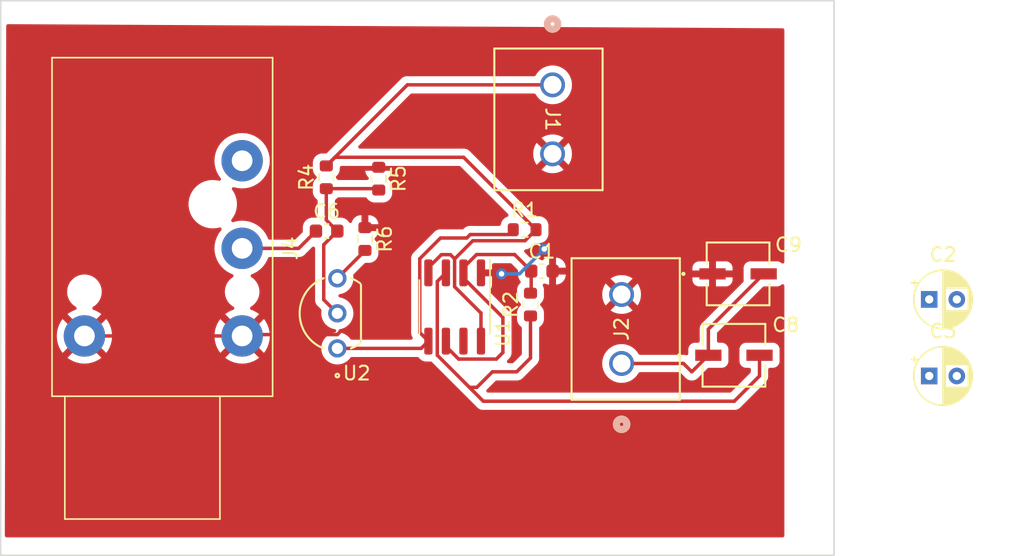
<source format=kicad_pcb>
(kicad_pcb (version 20221018) (generator pcbnew)
  (layers (0 "F.Cu" signal) (31 "B.Cu" signal) (34 "B.Paste" user) (35 "F.Paste" user) (36 "B.SilkS" user "B.Silkscreen") (37 "F.SilkS" user "F.Silkscreen") (38 "B.Mask" user) (39 "F.Mask" user) (44 "Edge.Cuts" user))
  (net 0 "")
  (net 1 "/C_timing")
  (net 2 "GND")
  (net 3 "/base")
  (net 4 "Net-(J2-Pin_1)")
  (net 5 "Net-(U1-Q)")
  (net 6 "+9V")
  (net 7 "/collector")
  (net 8 "/emitter")
  (net 10 "Net-(C6-Pad1)")
  (footprint "Library:691137710002" (layer "F.Cu") (at 197.702701 118.7951 90)
    (fp_text reference "J2" (at 2.5 0 90 unlocked) (layer "F.SilkS"))
    (fp_text value "Screw_Terminal_01x02")
    (fp_circle (center -4.4088 0) (end -4.0278 0) (stroke (width 0.508)) (fill none) (layer "B.SilkS"))
    (fp_line (start -2.6308 -3.627001) (end -2.6308 4.221599) (stroke (width 0.1524)) (layer "F.SilkS"))
    (fp_line (start -2.6308 4.221599) (end 7.6308 4.221599) (stroke (width 0.1524)) (layer "F.SilkS"))
    (fp_line (start 7.6308 -3.627001) (end -2.6308 -3.627001) (stroke (width 0.1524)) (layer "F.SilkS"))
    (fp_line (start 7.6308 4.221599) (end 7.6308 -3.627001) (stroke (width 0.1524)) (layer "F.SilkS"))
    (fp_circle (center -4.4088 0) (end -4.0278 0) (stroke (width 0.508)) (fill none) (layer "F.SilkS"))
    (pad "1" thru_hole circle (at 0 0 90) (size 1.8034 1.8034) (drill 1.2954) (layers "*.Cu" "*.Mask") (net 4 "Net-(J2-Pin_1)"))
    (pad "2" thru_hole circle (at 5 0 90) (size 1.8034 1.8034) (drill 1.2954) (layers "*.Cu" "*.Mask") (net 2 "GND"))
  )
  (footprint "Library:EEE-1VA100WR" (layer "F.Cu") (at 205.8458 118.2)
    (fp_text reference "C8" (at 3.7542 -2.2 unlocked) (layer "F.SilkS"))
    (fp_text value "10uF")
    (fp_line (start -2.2733 -2.2733) (end -2.2733 -0.73914) (stroke (width 0.1524)) (layer "F.SilkS"))
    (fp_line (start -2.2733 0.73914) (end -2.2733 2.2733) (stroke (width 0.1524)) (layer "F.SilkS"))
    (fp_line (start -2.2733 2.2733) (end 2.2733 2.2733) (stroke (width 0.1524)) (layer "F.SilkS"))
    (fp_line (start 2.2733 -2.2733) (end -2.2733 -2.2733) (stroke (width 0.1524)) (layer "F.SilkS"))
    (fp_line (start 2.2733 -0.73914) (end 2.2733 -2.2733) (stroke (width 0.1524)) (layer "F.SilkS"))
    (fp_line (start 2.2733 2.2733) (end 2.2733 0.73914) (stroke (width 0.1524)) (layer "F.SilkS"))
    (fp_circle (center -3.9624 0) (end -3.8862 0) (stroke (width 0.1524)) (fill none) (layer "F.SilkS"))
    (pad "1" smd rect (at -1.8542 0) (size 1.905 0.8128) (layers "F.Cu" "F.Paste" "F.Mask") (net 4 "Net-(J2-Pin_1)"))
    (pad "2" smd rect (at 1.8542 0) (size 1.905 0.8128) (layers "F.Cu" "F.Paste" "F.Mask") (net 5 "Net-(U1-Q)"))
  )
  (footprint "Resistor_SMD:R_0603_1608Metric" (layer "F.Cu") (at 180.1 105.4 -90)
    (fp_text reference "R5" (at 0 -1.43 90) (layer "F.SilkS"))
    (fp_text value "15K")
    (fp_line (start -0.237258 -0.5225) (end 0.237258 -0.5225) (stroke (width 0.12)) (layer "F.SilkS"))
    (fp_line (start -0.237258 0.5225) (end 0.237258 0.5225) (stroke (width 0.12)) (layer "F.SilkS"))
    (pad "1" smd roundrect (at -0.825 0 270) (size 0.8 0.95) (layers "F.Cu" "F.Paste" "F.Mask") (net 2 "GND"))
    (pad "2" smd roundrect (at 0.825 0 270) (size 0.8 0.95) (layers "F.Cu" "F.Paste" "F.Mask") (net 3 "/base"))
  )
  (footprint "Library:BC547" (layer "F.Cu") (at 177.1 117.7 90)
    (fp_text reference "U2" (at -1.8 1.4 unlocked) (layer "F.SilkS"))
    (fp_text value "BC547")
    (fp_line (start 0.476494 1.7145) (end 4.603506 1.7145) (stroke (width 0.1524)) (layer "F.SilkS"))
    (fp_arc (start -0.003485 -0.993134) (mid 2.54 -2.7305) (end 5.083485 -0.993134) (stroke (width 0.1524)) (layer "F.SilkS"))
    (fp_arc (start 0.375836 1.66494) (mid 0.162329 1.342503) (end -0.003484 0.993136) (stroke (width 0.1524)) (layer "F.SilkS"))
    (fp_arc (start 5.083485 0.993134) (mid 4.917671 1.342502) (end 4.704164 1.66494) (stroke (width 0.1524)) (layer "F.SilkS"))
    (fp_circle (center -1.9685 0) (end -1.8415 0) (stroke (width 0.1524)) (fill none) (layer "F.SilkS"))
    (pad "1" thru_hole circle (at 0 0 90) (size 1.3208 1.3208) (drill 0.8128) (layers "*.Cu" "*.Mask") (net 7 "/collector"))
    (pad "2" thru_hole circle (at 2.54 0 90) (size 1.3208 1.3208) (drill 0.8128) (layers "*.Cu" "*.Mask") (net 3 "/base"))
    (pad "3" thru_hole circle (at 5.08 0 90) (size 1.3208 1.3208) (drill 0.8128) (layers "*.Cu" "*.Mask") (net 8 "/emitter"))
  )
  (footprint "Resistor_SMD:R_0603_1608Metric" (layer "F.Cu") (at 190.675 109.1)
    (fp_text reference "R1" (at 0 -1.43) (layer "F.SilkS"))
    (fp_text value "10K")
    (fp_line (start -0.237258 -0.5225) (end 0.237258 -0.5225) (stroke (width 0.12)) (layer "F.SilkS"))
    (fp_line (start -0.237258 0.5225) (end 0.237258 0.5225) (stroke (width 0.12)) (layer "F.SilkS"))
    (pad "1" smd roundrect (at -0.825 0) (size 0.8 0.95) (layers "F.Cu" "F.Paste" "F.Mask") (net 7 "/collector"))
    (pad "2" smd roundrect (at 0.825 0) (size 0.8 0.95) (layers "F.Cu" "F.Paste" "F.Mask") (net 6 "+9V"))
  )
  (footprint "Resistor_SMD:R_0603_1608Metric" (layer "F.Cu") (at 179.1 109.775 -90)
    (fp_text reference "R6" (at 0 -1.43 -270) (layer "F.SilkS"))
    (fp_text value "1K")
    (fp_line (start -0.237258 -0.5225) (end 0.237258 -0.5225) (stroke (width 0.12)) (layer "F.SilkS"))
    (fp_line (start -0.237258 0.5225) (end 0.237258 0.5225) (stroke (width 0.12)) (layer "F.SilkS"))
    (pad "1" smd roundrect (at -0.825 0 270) (size 0.8 0.95) (layers "F.Cu" "F.Paste" "F.Mask") (net 2 "GND"))
    (pad "2" smd roundrect (at 0.825 0 270) (size 0.8 0.95) (layers "F.Cu" "F.Paste" "F.Mask") (net 8 "/emitter"))
  )
  (footprint "Package_SO:SOIC-8_3.9x4.9mm_P1.27mm" (layer "F.Cu") (at 185.605 114.7 -90)
    (fp_text reference "U1" (at 1.9 -3.495 90) (layer "F.SilkS"))
    (fp_text value "NE555D")
    (fp_line (start 0 -2.56) (end -3.45 -2.56) (stroke (width 0.12)) (layer "F.SilkS"))
    (fp_line (start 0 -2.56) (end 1.95 -2.56) (stroke (width 0.12)) (layer "F.SilkS"))
    (fp_line (start 0 2.56) (end -1.95 2.56) (stroke (width 0.12)) (layer "F.SilkS"))
    (fp_line (start 0 2.56) (end 1.95 2.56) (stroke (width 0.12)) (layer "F.SilkS"))
    (pad "1" smd roundrect (at -2.475 -1.905 270) (size 1.95 0.6) (layers "F.Cu" "F.Paste" "F.Mask") (net 2 "GND"))
    (pad "2" smd roundrect (at -2.475 -0.635 270) (size 1.95 0.6) (layers "F.Cu" "F.Paste" "F.Mask") (net 1 "/C_timing"))
    (pad "3" smd roundrect (at -2.475 0.635 270) (size 1.95 0.6) (layers "F.Cu" "F.Paste" "F.Mask") (net 5 "Net-(U1-Q)"))
    (pad "4" smd roundrect (at -2.475 1.905 270) (size 1.95 0.6) (layers "F.Cu" "F.Paste" "F.Mask") (net 6 "+9V"))
    (pad "5" smd roundrect (at 2.475 1.905 270) (size 1.95 0.6) (layers "F.Cu" "F.Paste" "F.Mask") (net 7 "/collector"))
    (pad "6" smd roundrect (at 2.475 0.635 270) (size 1.95 0.6) (layers "F.Cu" "F.Paste" "F.Mask") (net 1 "/C_timing"))
    (pad "7" smd roundrect (at 2.475 -0.635 270) (size 1.95 0.6) (layers "F.Cu" "F.Paste" "F.Mask"))
    (pad "8" smd roundrect (at 2.475 -1.905 270) (size 1.95 0.6) (layers "F.Cu" "F.Paste" "F.Mask") (net 6 "+9V"))
  )
  (footprint "Library:691137710002" (layer "F.Cu") (at 192.7 98.6 -90)
    (fp_text reference "J1" (at 2.5 0 -90 unlocked) (layer "F.SilkS"))
    (fp_text value "Screw_Terminal_01x02")
    (fp_circle (center -4.4088 0) (end -4.0278 0) (stroke (width 0.508)) (fill none) (layer "B.SilkS"))
    (fp_line (start -2.6308 -3.627001) (end -2.6308 4.221599) (stroke (width 0.1524)) (layer "F.SilkS"))
    (fp_line (start -2.6308 4.221599) (end 7.6308 4.221599) (stroke (width 0.1524)) (layer "F.SilkS"))
    (fp_line (start 7.6308 -3.627001) (end -2.6308 -3.627001) (stroke (width 0.1524)) (layer "F.SilkS"))
    (fp_line (start 7.6308 4.221599) (end 7.6308 -3.627001) (stroke (width 0.1524)) (layer "F.SilkS"))
    (fp_circle (center -4.4088 0) (end -4.0278 0) (stroke (width 0.508)) (fill none) (layer "F.SilkS"))
    (pad "1" thru_hole circle (at 0 0 270) (size 1.8034 1.8034) (drill 1.2954) (layers "*.Cu" "*.Mask") (net 6 "+9V"))
    (pad "2" thru_hole circle (at 5 0 270) (size 1.8034 1.8034) (drill 1.2954) (layers "*.Cu" "*.Mask") (net 2 "GND"))
  )
  (footprint "Capacitor_THT:CP_Radial_D4.0mm_P2.00mm" (layer "F.Cu") (at 220 114.15)
    (fp_text reference "C2" (at 1 -3.25) (layer "F.SilkS"))
    (fp_text value "C_Polarized_US")
    (fp_line (start -1.269801 -1.195) (end -0.869801 -1.195) (stroke (width 0.12)) (layer "F.SilkS"))
    (fp_line (start -1.069801 -1.395) (end -1.069801 -0.995) (stroke (width 0.12)) (layer "F.SilkS"))
    (fp_line (start 1 -2.08) (end 1 2.08) (stroke (width 0.12)) (layer "F.SilkS"))
    (fp_line (start 1.04 -2.08) (end 1.04 2.08) (stroke (width 0.12)) (layer "F.SilkS"))
    (fp_line (start 1.08 -2.079) (end 1.08 2.079) (stroke (width 0.12)) (layer "F.SilkS"))
    (fp_line (start 1.12 -2.077) (end 1.12 2.077) (stroke (width 0.12)) (layer "F.SilkS"))
    (fp_line (start 1.16 -2.074) (end 1.16 2.074) (stroke (width 0.12)) (layer "F.SilkS"))
    (fp_line (start 1.2 -2.071) (end 1.2 -0.84) (stroke (width 0.12)) (layer "F.SilkS"))
    (fp_line (start 1.2 0.84) (end 1.2 2.071) (stroke (width 0.12)) (layer "F.SilkS"))
    (fp_line (start 1.24 -2.067) (end 1.24 -0.84) (stroke (width 0.12)) (layer "F.SilkS"))
    (fp_line (start 1.24 0.84) (end 1.24 2.067) (stroke (width 0.12)) (layer "F.SilkS"))
    (fp_line (start 1.28 -2.062) (end 1.28 -0.84) (stroke (width 0.12)) (layer "F.SilkS"))
    (fp_line (start 1.28 0.84) (end 1.28 2.062) (stroke (width 0.12)) (layer "F.SilkS"))
    (fp_line (start 1.32 -2.056) (end 1.32 -0.84) (stroke (width 0.12)) (layer "F.SilkS"))
    (fp_line (start 1.32 0.84) (end 1.32 2.056) (stroke (width 0.12)) (layer "F.SilkS"))
    (fp_line (start 1.36 -2.05) (end 1.36 -0.84) (stroke (width 0.12)) (layer "F.SilkS"))
    (fp_line (start 1.36 0.84) (end 1.36 2.05) (stroke (width 0.12)) (layer "F.SilkS"))
    (fp_line (start 1.4 -2.042) (end 1.4 -0.84) (stroke (width 0.12)) (layer "F.SilkS"))
    (fp_line (start 1.4 0.84) (end 1.4 2.042) (stroke (width 0.12)) (layer "F.SilkS"))
    (fp_line (start 1.44 -2.034) (end 1.44 -0.84) (stroke (width 0.12)) (layer "F.SilkS"))
    (fp_line (start 1.44 0.84) (end 1.44 2.034) (stroke (width 0.12)) (layer "F.SilkS"))
    (fp_line (start 1.48 -2.025) (end 1.48 -0.84) (stroke (width 0.12)) (layer "F.SilkS"))
    (fp_line (start 1.48 0.84) (end 1.48 2.025) (stroke (width 0.12)) (layer "F.SilkS"))
    (fp_line (start 1.52 -2.016) (end 1.52 -0.84) (stroke (width 0.12)) (layer "F.SilkS"))
    (fp_line (start 1.52 0.84) (end 1.52 2.016) (stroke (width 0.12)) (layer "F.SilkS"))
    (fp_line (start 1.56 -2.005) (end 1.56 -0.84) (stroke (width 0.12)) (layer "F.SilkS"))
    (fp_line (start 1.56 0.84) (end 1.56 2.005) (stroke (width 0.12)) (layer "F.SilkS"))
    (fp_line (start 1.6 -1.994) (end 1.6 -0.84) (stroke (width 0.12)) (layer "F.SilkS"))
    (fp_line (start 1.6 0.84) (end 1.6 1.994) (stroke (width 0.12)) (layer "F.SilkS"))
    (fp_line (start 1.64 -1.982) (end 1.64 -0.84) (stroke (width 0.12)) (layer "F.SilkS"))
    (fp_line (start 1.64 0.84) (end 1.64 1.982) (stroke (width 0.12)) (layer "F.SilkS"))
    (fp_line (start 1.68 -1.968) (end 1.68 -0.84) (stroke (width 0.12)) (layer "F.SilkS"))
    (fp_line (start 1.68 0.84) (end 1.68 1.968) (stroke (width 0.12)) (layer "F.SilkS"))
    (fp_line (start 1.721 -1.954) (end 1.721 -0.84) (stroke (width 0.12)) (layer "F.SilkS"))
    (fp_line (start 1.721 0.84) (end 1.721 1.954) (stroke (width 0.12)) (layer "F.SilkS"))
    (fp_line (start 1.761 -1.94) (end 1.761 -0.84) (stroke (width 0.12)) (layer "F.SilkS"))
    (fp_line (start 1.761 0.84) (end 1.761 1.94) (stroke (width 0.12)) (layer "F.SilkS"))
    (fp_line (start 1.801 -1.924) (end 1.801 -0.84) (stroke (width 0.12)) (layer "F.SilkS"))
    (fp_line (start 1.801 0.84) (end 1.801 1.924) (stroke (width 0.12)) (layer "F.SilkS"))
    (fp_line (start 1.841 -1.907) (end 1.841 -0.84) (stroke (width 0.12)) (layer "F.SilkS"))
    (fp_line (start 1.841 0.84) (end 1.841 1.907) (stroke (width 0.12)) (layer "F.SilkS"))
    (fp_line (start 1.881 -1.889) (end 1.881 -0.84) (stroke (width 0.12)) (layer "F.SilkS"))
    (fp_line (start 1.881 0.84) (end 1.881 1.889) (stroke (width 0.12)) (layer "F.SilkS"))
    (fp_line (start 1.921 -1.87) (end 1.921 -0.84) (stroke (width 0.12)) (layer "F.SilkS"))
    (fp_line (start 1.921 0.84) (end 1.921 1.87) (stroke (width 0.12)) (layer "F.SilkS"))
    (fp_line (start 1.961 -1.851) (end 1.961 -0.84) (stroke (width 0.12)) (layer "F.SilkS"))
    (fp_line (start 1.961 0.84) (end 1.961 1.851) (stroke (width 0.12)) (layer "F.SilkS"))
    (fp_line (start 2.001 -1.83) (end 2.001 -0.84) (stroke (width 0.12)) (layer "F.SilkS"))
    (fp_line (start 2.001 0.84) (end 2.001 1.83) (stroke (width 0.12)) (layer "F.SilkS"))
    (fp_line (start 2.041 -1.808) (end 2.041 -0.84) (stroke (width 0.12)) (layer "F.SilkS"))
    (fp_line (start 2.041 0.84) (end 2.041 1.808) (stroke (width 0.12)) (layer "F.SilkS"))
    (fp_line (start 2.081 -1.785) (end 2.081 -0.84) (stroke (width 0.12)) (layer "F.SilkS"))
    (fp_line (start 2.081 0.84) (end 2.081 1.785) (stroke (width 0.12)) (layer "F.SilkS"))
    (fp_line (start 2.121 -1.76) (end 2.121 -0.84) (stroke (width 0.12)) (layer "F.SilkS"))
    (fp_line (start 2.121 0.84) (end 2.121 1.76) (stroke (width 0.12)) (layer "F.SilkS"))
    (fp_line (start 2.161 -1.735) (end 2.161 -0.84) (stroke (width 0.12)) (layer "F.SilkS"))
    (fp_line (start 2.161 0.84) (end 2.161 1.735) (stroke (width 0.12)) (layer "F.SilkS"))
    (fp_line (start 2.201 -1.708) (end 2.201 -0.84) (stroke (width 0.12)) (layer "F.SilkS"))
    (fp_line (start 2.201 0.84) (end 2.201 1.708) (stroke (width 0.12)) (layer "F.SilkS"))
    (fp_line (start 2.241 -1.68) (end 2.241 -0.84) (stroke (width 0.12)) (layer "F.SilkS"))
    (fp_line (start 2.241 0.84) (end 2.241 1.68) (stroke (width 0.12)) (layer "F.SilkS"))
    (fp_line (start 2.281 -1.65) (end 2.281 -0.84) (stroke (width 0.12)) (layer "F.SilkS"))
    (fp_line (start 2.281 0.84) (end 2.281 1.65) (stroke (width 0.12)) (layer "F.SilkS"))
    (fp_line (start 2.321 -1.619) (end 2.321 -0.84) (stroke (width 0.12)) (layer "F.SilkS"))
    (fp_line (start 2.321 0.84) (end 2.321 1.619) (stroke (width 0.12)) (layer "F.SilkS"))
    (fp_line (start 2.361 -1.587) (end 2.361 -0.84) (stroke (width 0.12)) (layer "F.SilkS"))
    (fp_line (start 2.361 0.84) (end 2.361 1.587) (stroke (width 0.12)) (layer "F.SilkS"))
    (fp_line (start 2.401 -1.552) (end 2.401 -0.84) (stroke (width 0.12)) (layer "F.SilkS"))
    (fp_line (start 2.401 0.84) (end 2.401 1.552) (stroke (width 0.12)) (layer "F.SilkS"))
    (fp_line (start 2.441 -1.516) (end 2.441 -0.84) (stroke (width 0.12)) (layer "F.SilkS"))
    (fp_line (start 2.441 0.84) (end 2.441 1.516) (stroke (width 0.12)) (layer "F.SilkS"))
    (fp_line (start 2.481 -1.478) (end 2.481 -0.84) (stroke (width 0.12)) (layer "F.SilkS"))
    (fp_line (start 2.481 0.84) (end 2.481 1.478) (stroke (width 0.12)) (layer "F.SilkS"))
    (fp_line (start 2.521 -1.438) (end 2.521 -0.84) (stroke (width 0.12)) (layer "F.SilkS"))
    (fp_line (start 2.521 0.84) (end 2.521 1.438) (stroke (width 0.12)) (layer "F.SilkS"))
    (fp_line (start 2.561 -1.396) (end 2.561 -0.84) (stroke (width 0.12)) (layer "F.SilkS"))
    (fp_line (start 2.561 0.84) (end 2.561 1.396) (stroke (width 0.12)) (layer "F.SilkS"))
    (fp_line (start 2.601 -1.351) (end 2.601 -0.84) (stroke (width 0.12)) (layer "F.SilkS"))
    (fp_line (start 2.601 0.84) (end 2.601 1.351) (stroke (width 0.12)) (layer "F.SilkS"))
    (fp_line (start 2.641 -1.304) (end 2.641 -0.84) (stroke (width 0.12)) (layer "F.SilkS"))
    (fp_line (start 2.641 0.84) (end 2.641 1.304) (stroke (width 0.12)) (layer "F.SilkS"))
    (fp_line (start 2.681 -1.254) (end 2.681 -0.84) (stroke (width 0.12)) (layer "F.SilkS"))
    (fp_line (start 2.681 0.84) (end 2.681 1.254) (stroke (width 0.12)) (layer "F.SilkS"))
    (fp_line (start 2.721 -1.2) (end 2.721 -0.84) (stroke (width 0.12)) (layer "F.SilkS"))
    (fp_line (start 2.721 0.84) (end 2.721 1.2) (stroke (width 0.12)) (layer "F.SilkS"))
    (fp_line (start 2.761 -1.142) (end 2.761 -0.84) (stroke (width 0.12)) (layer "F.SilkS"))
    (fp_line (start 2.761 0.84) (end 2.761 1.142) (stroke (width 0.12)) (layer "F.SilkS"))
    (fp_line (start 2.801 -1.08) (end 2.801 -0.84) (stroke (width 0.12)) (layer "F.SilkS"))
    (fp_line (start 2.801 0.84) (end 2.801 1.08) (stroke (width 0.12)) (layer "F.SilkS"))
    (fp_line (start 2.841 -1.013) (end 2.841 1.013) (stroke (width 0.12)) (layer "F.SilkS"))
    (fp_line (start 2.881 -0.94) (end 2.881 0.94) (stroke (width 0.12)) (layer "F.SilkS"))
    (fp_line (start 2.921 -0.859) (end 2.921 0.859) (stroke (width 0.12)) (layer "F.SilkS"))
    (fp_line (start 2.961 -0.768) (end 2.961 0.768) (stroke (width 0.12)) (layer "F.SilkS"))
    (fp_line (start 3.001 -0.664) (end 3.001 0.664) (stroke (width 0.12)) (layer "F.SilkS"))
    (fp_line (start 3.041 -0.537) (end 3.041 0.537) (stroke (width 0.12)) (layer "F.SilkS"))
    (fp_line (start 3.081 -0.37) (end 3.081 0.37) (stroke (width 0.12)) (layer "F.SilkS"))
    (fp_circle (center 1 0) (end 3.12 0) (stroke (width 0.12)) (fill none) (layer "F.SilkS"))
    (pad "1" thru_hole rect (at 0 0) (size 1.2 1.2) (drill 0.6) (layers "*.Cu" "*.Mask") (net 4 "Net-(J2-Pin_1)"))
    (pad "2" thru_hole circle (at 2 0) (size 1.2 1.2) (drill 0.6) (layers "*.Cu" "*.Mask") (net 2 "GND"))
  )
  (footprint "Capacitor_SMD:C_0603_1608Metric" (layer "F.Cu") (at 176.325 109.2)
    (fp_text reference "C6" (at 0 -1.43) (layer "F.SilkS"))
    (fp_text value "100nF")
    (fp_line (start -0.14058 -0.51) (end 0.14058 -0.51) (stroke (width 0.12)) (layer "F.SilkS"))
    (fp_line (start -0.14058 0.51) (end 0.14058 0.51) (stroke (width 0.12)) (layer "F.SilkS"))
    (pad "1" smd roundrect (at -0.775 0) (size 0.9 0.95) (layers "F.Cu" "F.Paste" "F.Mask") (net 10 "Net-(C6-Pad1)"))
    (pad "2" smd roundrect (at 0.775 0) (size 0.9 0.95) (layers "F.Cu" "F.Paste" "F.Mask") (net 3 "/base"))
  )
  (footprint "Library:EEE-1VA100WR" (layer "F.Cu") (at 206.1458 112.3)
    (fp_text reference "C9" (at 3.6542 -2.1 unlocked) (layer "F.SilkS"))
    (fp_text value "10uF")
    (fp_line (start -2.2733 -2.2733) (end -2.2733 -0.73914) (stroke (width 0.1524)) (layer "F.SilkS"))
    (fp_line (start -2.2733 0.73914) (end -2.2733 2.2733) (stroke (width 0.1524)) (layer "F.SilkS"))
    (fp_line (start -2.2733 2.2733) (end 2.2733 2.2733) (stroke (width 0.1524)) (layer "F.SilkS"))
    (fp_line (start 2.2733 -2.2733) (end -2.2733 -2.2733) (stroke (width 0.1524)) (layer "F.SilkS"))
    (fp_line (start 2.2733 -0.73914) (end 2.2733 -2.2733) (stroke (width 0.1524)) (layer "F.SilkS"))
    (fp_line (start 2.2733 2.2733) (end 2.2733 0.73914) (stroke (width 0.1524)) (layer "F.SilkS"))
    (fp_circle (center -3.9624 0) (end -3.8862 0) (stroke (width 0.1524)) (fill none) (layer "F.SilkS"))
    (pad "1" smd rect (at -1.8542 0) (size 1.905 0.8128) (layers "F.Cu" "F.Paste" "F.Mask") (net 2 "GND"))
    (pad "2" smd rect (at 1.8542 0) (size 1.905 0.8128) (layers "F.Cu" "F.Paste" "F.Mask") (net 4 "Net-(J2-Pin_1)"))
  )
  (footprint "Resistor_SMD:R_0603_1608Metric" (layer "F.Cu") (at 176.3 105.3 90)
    (fp_text reference "R4" (at 0 -1.43 90) (layer "F.SilkS"))
    (fp_text value "100K")
    (fp_line (start -0.237258 -0.5225) (end 0.237258 -0.5225) (stroke (width 0.12)) (layer "F.SilkS"))
    (fp_line (start -0.237258 0.5225) (end 0.237258 0.5225) (stroke (width 0.12)) (layer "F.SilkS"))
    (pad "1" smd roundrect (at -0.825 0 90) (size 0.8 0.95) (layers "F.Cu" "F.Paste" "F.Mask") (net 3 "/base"))
    (pad "2" smd roundrect (at 0.825 0 90) (size 0.8 0.95) (layers "F.Cu" "F.Paste" "F.Mask") (net 6 "+9V"))
  )
  (footprint "Capacitor_THT:CP_Radial_D4.0mm_P2.00mm" (layer "F.Cu") (at 220 119.7)
    (fp_text reference "C3" (at 1 -3.25) (layer "F.SilkS"))
    (fp_text value "C_Polarized_US")
    (fp_line (start -1.269801 -1.195) (end -0.869801 -1.195) (stroke (width 0.12)) (layer "F.SilkS"))
    (fp_line (start -1.069801 -1.395) (end -1.069801 -0.995) (stroke (width 0.12)) (layer "F.SilkS"))
    (fp_line (start 1 -2.08) (end 1 2.08) (stroke (width 0.12)) (layer "F.SilkS"))
    (fp_line (start 1.04 -2.08) (end 1.04 2.08) (stroke (width 0.12)) (layer "F.SilkS"))
    (fp_line (start 1.08 -2.079) (end 1.08 2.079) (stroke (width 0.12)) (layer "F.SilkS"))
    (fp_line (start 1.12 -2.077) (end 1.12 2.077) (stroke (width 0.12)) (layer "F.SilkS"))
    (fp_line (start 1.16 -2.074) (end 1.16 2.074) (stroke (width 0.12)) (layer "F.SilkS"))
    (fp_line (start 1.2 -2.071) (end 1.2 -0.84) (stroke (width 0.12)) (layer "F.SilkS"))
    (fp_line (start 1.2 0.84) (end 1.2 2.071) (stroke (width 0.12)) (layer "F.SilkS"))
    (fp_line (start 1.24 -2.067) (end 1.24 -0.84) (stroke (width 0.12)) (layer "F.SilkS"))
    (fp_line (start 1.24 0.84) (end 1.24 2.067) (stroke (width 0.12)) (layer "F.SilkS"))
    (fp_line (start 1.28 -2.062) (end 1.28 -0.84) (stroke (width 0.12)) (layer "F.SilkS"))
    (fp_line (start 1.28 0.84) (end 1.28 2.062) (stroke (width 0.12)) (layer "F.SilkS"))
    (fp_line (start 1.32 -2.056) (end 1.32 -0.84) (stroke (width 0.12)) (layer "F.SilkS"))
    (fp_line (start 1.32 0.84) (end 1.32 2.056) (stroke (width 0.12)) (layer "F.SilkS"))
    (fp_line (start 1.36 -2.05) (end 1.36 -0.84) (stroke (width 0.12)) (layer "F.SilkS"))
    (fp_line (start 1.36 0.84) (end 1.36 2.05) (stroke (width 0.12)) (layer "F.SilkS"))
    (fp_line (start 1.4 -2.042) (end 1.4 -0.84) (stroke (width 0.12)) (layer "F.SilkS"))
    (fp_line (start 1.4 0.84) (end 1.4 2.042) (stroke (width 0.12)) (layer "F.SilkS"))
    (fp_line (start 1.44 -2.034) (end 1.44 -0.84) (stroke (width 0.12)) (layer "F.SilkS"))
    (fp_line (start 1.44 0.84) (end 1.44 2.034) (stroke (width 0.12)) (layer "F.SilkS"))
    (fp_line (start 1.48 -2.025) (end 1.48 -0.84) (stroke (width 0.12)) (layer "F.SilkS"))
    (fp_line (start 1.48 0.84) (end 1.48 2.025) (stroke (width 0.12)) (layer "F.SilkS"))
    (fp_line (start 1.52 -2.016) (end 1.52 -0.84) (stroke (width 0.12)) (layer "F.SilkS"))
    (fp_line (start 1.52 0.84) (end 1.52 2.016) (stroke (width 0.12)) (layer "F.SilkS"))
    (fp_line (start 1.56 -2.005) (end 1.56 -0.84) (stroke (width 0.12)) (layer "F.SilkS"))
    (fp_line (start 1.56 0.84) (end 1.56 2.005) (stroke (width 0.12)) (layer "F.SilkS"))
    (fp_line (start 1.6 -1.994) (end 1.6 -0.84) (stroke (width 0.12)) (layer "F.SilkS"))
    (fp_line (start 1.6 0.84) (end 1.6 1.994) (stroke (width 0.12)) (layer "F.SilkS"))
    (fp_line (start 1.64 -1.982) (end 1.64 -0.84) (stroke (width 0.12)) (layer "F.SilkS"))
    (fp_line (start 1.64 0.84) (end 1.64 1.982) (stroke (width 0.12)) (layer "F.SilkS"))
    (fp_line (start 1.68 -1.968) (end 1.68 -0.84) (stroke (width 0.12)) (layer "F.SilkS"))
    (fp_line (start 1.68 0.84) (end 1.68 1.968) (stroke (width 0.12)) (layer "F.SilkS"))
    (fp_line (start 1.721 -1.954) (end 1.721 -0.84) (stroke (width 0.12)) (layer "F.SilkS"))
    (fp_line (start 1.721 0.84) (end 1.721 1.954) (stroke (width 0.12)) (layer "F.SilkS"))
    (fp_line (start 1.761 -1.94) (end 1.761 -0.84) (stroke (width 0.12)) (layer "F.SilkS"))
    (fp_line (start 1.761 0.84) (end 1.761 1.94) (stroke (width 0.12)) (layer "F.SilkS"))
    (fp_line (start 1.801 -1.924) (end 1.801 -0.84) (stroke (width 0.12)) (layer "F.SilkS"))
    (fp_line (start 1.801 0.84) (end 1.801 1.924) (stroke (width 0.12)) (layer "F.SilkS"))
    (fp_line (start 1.841 -1.907) (end 1.841 -0.84) (stroke (width 0.12)) (layer "F.SilkS"))
    (fp_line (start 1.841 0.84) (end 1.841 1.907) (stroke (width 0.12)) (layer "F.SilkS"))
    (fp_line (start 1.881 -1.889) (end 1.881 -0.84) (stroke (width 0.12)) (layer "F.SilkS"))
    (fp_line (start 1.881 0.84) (end 1.881 1.889) (stroke (width 0.12)) (layer "F.SilkS"))
    (fp_line (start 1.921 -1.87) (end 1.921 -0.84) (stroke (width 0.12)) (layer "F.SilkS"))
    (fp_line (start 1.921 0.84) (end 1.921 1.87) (stroke (width 0.12)) (layer "F.SilkS"))
    (fp_line (start 1.961 -1.851) (end 1.961 -0.84) (stroke (width 0.12)) (layer "F.SilkS"))
    (fp_line (start 1.961 0.84) (end 1.961 1.851) (stroke (width 0.12)) (layer "F.SilkS"))
    (fp_line (start 2.001 -1.83) (end 2.001 -0.84) (stroke (width 0.12)) (layer "F.SilkS"))
    (fp_line (start 2.001 0.84) (end 2.001 1.83) (stroke (width 0.12)) (layer "F.SilkS"))
    (fp_line (start 2.041 -1.808) (end 2.041 -0.84) (stroke (width 0.12)) (layer "F.SilkS"))
    (fp_line (start 2.041 0.84) (end 2.041 1.808) (stroke (width 0.12)) (layer "F.SilkS"))
    (fp_line (start 2.081 -1.785) (end 2.081 -0.84) (stroke (width 0.12)) (layer "F.SilkS"))
    (fp_line (start 2.081 0.84) (end 2.081 1.785) (stroke (width 0.12)) (layer "F.SilkS"))
    (fp_line (start 2.121 -1.76) (end 2.121 -0.84) (stroke (width 0.12)) (layer "F.SilkS"))
    (fp_line (start 2.121 0.84) (end 2.121 1.76) (stroke (width 0.12)) (layer "F.SilkS"))
    (fp_line (start 2.161 -1.735) (end 2.161 -0.84) (stroke (width 0.12)) (layer "F.SilkS"))
    (fp_line (start 2.161 0.84) (end 2.161 1.735) (stroke (width 0.12)) (layer "F.SilkS"))
    (fp_line (start 2.201 -1.708) (end 2.201 -0.84) (stroke (width 0.12)) (layer "F.SilkS"))
    (fp_line (start 2.201 0.84) (end 2.201 1.708) (stroke (width 0.12)) (layer "F.SilkS"))
    (fp_line (start 2.241 -1.68) (end 2.241 -0.84) (stroke (width 0.12)) (layer "F.SilkS"))
    (fp_line (start 2.241 0.84) (end 2.241 1.68) (stroke (width 0.12)) (layer "F.SilkS"))
    (fp_line (start 2.281 -1.65) (end 2.281 -0.84) (stroke (width 0.12)) (layer "F.SilkS"))
    (fp_line (start 2.281 0.84) (end 2.281 1.65) (stroke (width 0.12)) (layer "F.SilkS"))
    (fp_line (start 2.321 -1.619) (end 2.321 -0.84) (stroke (width 0.12)) (layer "F.SilkS"))
    (fp_line (start 2.321 0.84) (end 2.321 1.619) (stroke (width 0.12)) (layer "F.SilkS"))
    (fp_line (start 2.361 -1.587) (end 2.361 -0.84) (stroke (width 0.12)) (layer "F.SilkS"))
    (fp_line (start 2.361 0.84) (end 2.361 1.587) (stroke (width 0.12)) (layer "F.SilkS"))
    (fp_line (start 2.401 -1.552) (end 2.401 -0.84) (stroke (width 0.12)) (layer "F.SilkS"))
    (fp_line (start 2.401 0.84) (end 2.401 1.552) (stroke (width 0.12)) (layer "F.SilkS"))
    (fp_line (start 2.441 -1.516) (end 2.441 -0.84) (stroke (width 0.12)) (layer "F.SilkS"))
    (fp_line (start 2.441 0.84) (end 2.441 1.516) (stroke (width 0.12)) (layer "F.SilkS"))
    (fp_line (start 2.481 -1.478) (end 2.481 -0.84) (stroke (width 0.12)) (layer "F.SilkS"))
    (fp_line (start 2.481 0.84) (end 2.481 1.478) (stroke (width 0.12)) (layer "F.SilkS"))
    (fp_line (start 2.521 -1.438) (end 2.521 -0.84) (stroke (width 0.12)) (layer "F.SilkS"))
    (fp_line (start 2.521 0.84) (end 2.521 1.438) (stroke (width 0.12)) (layer "F.SilkS"))
    (fp_line (start 2.561 -1.396) (end 2.561 -0.84) (stroke (width 0.12)) (layer "F.SilkS"))
    (fp_line (start 2.561 0.84) (end 2.561 1.396) (stroke (width 0.12)) (layer "F.SilkS"))
    (fp_line (start 2.601 -1.351) (end 2.601 -0.84) (stroke (width 0.12)) (layer "F.SilkS"))
    (fp_line (start 2.601 0.84) (end 2.601 1.351) (stroke (width 0.12)) (layer "F.SilkS"))
    (fp_line (start 2.641 -1.304) (end 2.641 -0.84) (stroke (width 0.12)) (layer "F.SilkS"))
    (fp_line (start 2.641 0.84) (end 2.641 1.304) (stroke (width 0.12)) (layer "F.SilkS"))
    (fp_line (start 2.681 -1.254) (end 2.681 -0.84) (stroke (width 0.12)) (layer "F.SilkS"))
    (fp_line (start 2.681 0.84) (end 2.681 1.254) (stroke (width 0.12)) (layer "F.SilkS"))
    (fp_line (start 2.721 -1.2) (end 2.721 -0.84) (stroke (width 0.12)) (layer "F.SilkS"))
    (fp_line (start 2.721 0.84) (end 2.721 1.2) (stroke (width 0.12)) (layer "F.SilkS"))
    (fp_line (start 2.761 -1.142) (end 2.761 -0.84) (stroke (width 0.12)) (layer "F.SilkS"))
    (fp_line (start 2.761 0.84) (end 2.761 1.142) (stroke (width 0.12)) (layer "F.SilkS"))
    (fp_line (start 2.801 -1.08) (end 2.801 -0.84) (stroke (width 0.12)) (layer "F.SilkS"))
    (fp_line (start 2.801 0.84) (end 2.801 1.08) (stroke (width 0.12)) (layer "F.SilkS"))
    (fp_line (start 2.841 -1.013) (end 2.841 1.013) (stroke (width 0.12)) (layer "F.SilkS"))
    (fp_line (start 2.881 -0.94) (end 2.881 0.94) (stroke (width 0.12)) (layer "F.SilkS"))
    (fp_line (start 2.921 -0.859) (end 2.921 0.859) (stroke (width 0.12)) (layer "F.SilkS"))
    (fp_line (start 2.961 -0.768) (end 2.961 0.768) (stroke (width 0.12)) (layer "F.SilkS"))
    (fp_line (start 3.001 -0.664) (end 3.001 0.664) (stroke (width 0.12)) (layer "F.SilkS"))
    (fp_line (start 3.041 -0.537) (end 3.041 0.537) (stroke (width 0.12)) (layer "F.SilkS"))
    (fp_line (start 3.081 -0.37) (end 3.081 0.37) (stroke (width 0.12)) (layer "F.SilkS"))
    (fp_circle (center 1 0) (end 3.12 0) (stroke (width 0.12)) (fill none) (layer "F.SilkS"))
    (pad "1" thru_hole rect (at 0 0) (size 1.2 1.2) (drill 0.6) (layers "*.Cu" "*.Mask") (net 5 "Net-(U1-Q)"))
    (pad "2" thru_hole circle (at 2 0) (size 1.2 1.2) (drill 0.6) (layers "*.Cu" "*.Mask") (net 4 "Net-(J2-Pin_1)"))
  )
  (footprint "Resistor_SMD:R_0603_1608Metric" (layer "F.Cu") (at 191.1 114.525 90)
    (fp_text reference "R2" (at 0 -1.43 90) (layer "F.SilkS"))
    (fp_text value "10K")
    (fp_line (start -0.237258 -0.5225) (end 0.237258 -0.5225) (stroke (width 0.12)) (layer "F.SilkS"))
    (fp_line (start -0.237258 0.5225) (end 0.237258 0.5225) (stroke (width 0.12)) (layer "F.SilkS"))
    (pad "1" smd roundrect (at -0.825 0 90) (size 0.8 0.95) (layers "F.Cu" "F.Paste" "F.Mask") (net 5 "Net-(U1-Q)"))
    (pad "2" smd roundrect (at 0.825 0 90) (size 0.8 0.95) (layers "F.Cu" "F.Paste" "F.Mask") (net 1 "/C_timing"))
  )
  (footprint "Capacitor_SMD:C_0603_1608Metric" (layer "F.Cu") (at 191.925 112.1)
    (fp_text reference "C1" (at 0 -1.43) (layer "F.SilkS"))
    (fp_text value "1nF")
    (fp_line (start -0.14058 -0.51) (end 0.14058 -0.51) (stroke (width 0.12)) (layer "F.SilkS"))
    (fp_line (start -0.14058 0.51) (end 0.14058 0.51) (stroke (width 0.12)) (layer "F.SilkS"))
    (pad "1" smd roundrect (at -0.775 0) (size 0.9 0.95) (layers "F.Cu" "F.Paste" "F.Mask") (net 1 "/C_timing"))
    (pad "2" smd roundrect (at 0.775 0) (size 0.9 0.95) (layers "F.Cu" "F.Paste" "F.Mask") (net 2 "GND"))
  )
  (footprint "Connector_Audio:Jack_6.35mm_Neutrik_NRJ3HF-1_Horizontal" (layer "F.Cu") (at 170.2 104.1 -90)
    (fp_text reference "J4" (at 6.35 -3.5 90) (layer "F.SilkS"))
    (fp_text value "AudioJack3_Ground")
    (fp_line (start -7.47 -2.21) (end 17.07 -2.21) (stroke (width 0.12)) (layer "F.SilkS"))
    (fp_line (start -7.47 13.78) (end -7.47 -2.21) (stroke (width 0.12)) (layer "F.SilkS"))
    (fp_line (start -7.47 13.78) (end 17.07 13.78) (stroke (width 0.12)) (layer "F.SilkS"))
    (fp_line (start 17.07 -2.21) (end 17.07 13.78) (stroke (width 0.12)) (layer "F.SilkS"))
    (fp_line (start 25.97 1.61) (end 17.07 1.61) (stroke (width 0.12)) (layer "F.SilkS"))
    (fp_line (start 25.97 12.85) (end 17.07 12.85) (stroke (width 0.12)) (layer "F.SilkS"))
    (fp_line (start 25.97 12.85) (end 25.97 1.61) (stroke (width 0.12)) (layer "F.SilkS"))
    (pad "" np_thru_hole circle (at 3.15 2.13 270) (size 3 3) (drill 3) (layers "*.Cu" "*.Mask"))
    (pad "" np_thru_hole circle (at 9.5 0 270) (size 2 2) (drill 2) (layers "*.Cu" "*.Mask"))
    (pad "" np_thru_hole circle (at 9.5 11.43 270) (size 2 2) (drill 2) (layers "*.Cu" "*.Mask"))
    (pad "G" thru_hole circle (at 12.7 11.43 270) (size 3 3) (drill 1.5) (layers "*.Cu" "*.Mask") (net 2 "GND"))
    (pad "R" thru_hole circle (at 6.35 0 270) (size 3 3) (drill 1.5) (layers "*.Cu" "*.Mask") (net 10 "Net-(C6-Pad1)"))
    (pad "S" thru_hole circle (at 12.7 0 270) (size 3 3) (drill 1.5) (layers "*.Cu" "*.Mask") (net 2 "GND"))
    (pad "T" thru_hole circle (at 0 0 270) (size 3 3) (drill 1.5) (layers "*.Cu" "*.Mask"))
  )
  (gr_rect (start 152.7 92.5) (end 213.1 132.7) (stroke (width 0.1)) (fill none) (layer "Edge.Cuts"))
  (segment (start 184.97 117.175) (end 184.97 117.551751) (width 0.25) (layer "F.Cu") (net 1))
  (segment (start 186.24 112.601751) (end 186.24 112.225) (width 0.25) (layer "F.Cu") (net 1))
  (segment (start 189.95 110.9) (end 191.15 112.1) (width 0.25) (layer "F.Cu") (net 1))
  (segment (start 185.893249 118.475) (end 188.625 118.475) (width 0.25) (layer "F.Cu") (net 1))
  (segment (start 189.1 118) (end 189.1 115.461751) (width 0.25) (layer "F.Cu") (net 1))
  (segment (start 188.625 118.475) (end 189.1 118) (width 0.25) (layer "F.Cu") (net 1))
  (segment (start 189.1 115.461751) (end 186.24 112.601751) (width 0.25) (layer "F.Cu") (net 1))
  (segment (start 187.188249 110.9) (end 189.95 110.9) (width 0.25) (layer "F.Cu") (net 1))
  (segment (start 191.15 113.65) (end 191.1 113.7) (width 0.25) (layer "F.Cu") (net 1))
  (segment (start 186.24 112.225) (end 186.24 111.848249) (width 0.25) (layer "F.Cu") (net 1))
  (segment (start 186.24 112.225) (end 186.24 111.845) (width 0.25) (layer "F.Cu") (net 1))
  (segment (start 184.97 117.551751) (end 185.893249 118.475) (width 0.25) (layer "F.Cu") (net 1))
  (segment (start 186.24 111.848249) (end 187.188249 110.9) (width 0.25) (layer "F.Cu") (net 1))
  (segment (start 191.15 112.1) (end 191.15 113.65) (width 0.25) (layer "F.Cu") (net 1))
  (segment (start 170.2 116.8) (end 170.3 116.7) (width 0.25) (layer "F.Cu") (net 2))
  (segment (start 170.3 116.7) (end 177.1 116.7) (width 0.25) (layer "F.Cu") (net 2))
  (segment (start 177.1 116.7) (end 177.3 116.5) (width 0.25) (layer "F.Cu") (net 2))
  (segment (start 158.77 116.8) (end 170.2 116.8) (width 0.25) (layer "F.Cu") (net 2))
  (via (at 189 112.3) (size 0.8) (drill 0.4) (layers "F.Cu" "B.Cu") (net 2))
  (via (at 192.1 110.5) (size 0.8) (drill 0.4) (layers "F.Cu" "B.Cu") (net 2))
  (segment (start 189 112.3) (end 190.3 112.3) (width 0.25) (layer "B.Cu") (net 2))
  (segment (start 190.3 112.3) (end 192.1 110.5) (width 0.25) (layer "B.Cu") (net 2))
  (segment (start 176.3 106.125) (end 180 106.125) (width 0.25) (layer "F.Cu") (net 3))
  (segment (start 180 106.125) (end 180.1 106.225) (width 0.25) (layer "F.Cu") (net 3))
  (segment (start 176.1146 110.1854) (end 176.1146 114.1746) (width 0.25) (layer "F.Cu") (net 3))
  (segment (start 177.1 109.2) (end 176.1146 110.1854) (width 0.25) (layer "F.Cu") (net 3))
  (segment (start 176.3 108.4) (end 177.1 109.2) (width 0.25) (layer "F.Cu") (net 3))
  (segment (start 176.3 106.125) (end 176.3 108.4) (width 0.25) (layer "F.Cu") (net 3))
  (segment (start 176.1146 114.1746) (end 177.1 115.16) (width 0.25) (layer "F.Cu") (net 3))
  (segment (start 197.702701 118.7951) (end 202.1867 118.7951) (width 0.25) (layer "F.Cu") (net 4))
  (segment (start 202.7916 119.4) (end 203.9916 118.2) (width 0.25) (layer "F.Cu") (net 4))
  (segment (start 203.9916 116.3084) (end 208 112.3) (width 0.25) (layer "F.Cu") (net 4))
  (segment (start 202.1867 118.7951) (end 202.7916 119.4) (width 0.25) (layer "F.Cu") (net 4))
  (segment (start 203.9916 118.2) (end 203.9916 116.3084) (width 0.25) (layer "F.Cu") (net 4))
  (segment (start 184.345 112.85) (end 184.345 118.196751) (width 0.25) (layer "F.Cu") (net 5))
  (segment (start 205.8686 121.5314) (end 207.7 119.7) (width 0.25) (layer "F.Cu") (net 5))
  (segment (start 188.336396 119.4) (end 187.210521 120.525875) (width 0.25) (layer "F.Cu") (net 5))
  (segment (start 191.1 118.4) (end 190.1 119.4) (width 0.25) (layer "F.Cu") (net 5))
  (segment (start 184.345 118.196751) (end 186.674125 120.525875) (width 0.25) (layer "F.Cu") (net 5))
  (segment (start 186.674125 120.525875) (end 187.679649 121.5314) (width 0.25) (layer "F.Cu") (net 5))
  (segment (start 191.1 115.35) (end 191.1 118.4) (width 0.25) (layer "F.Cu") (net 5))
  (segment (start 190.1 119.4) (end 188.336396 119.4) (width 0.25) (layer "F.Cu") (net 5))
  (segment (start 207.7 119.7) (end 207.7 118.2) (width 0.25) (layer "F.Cu") (net 5))
  (segment (start 184.97 112.225) (end 184.345 112.85) (width 0.25) (layer "F.Cu") (net 5))
  (segment (start 187.210521 120.525875) (end 186.674125 120.525875) (width 0.25) (layer "F.Cu") (net 5))
  (segment (start 187.679649 121.5314) (end 205.8686 121.5314) (width 0.25) (layer "F.Cu") (net 5))
  (segment (start 185.6 113.231751) (end 185.6 111.218249) (width 0.25) (layer "F.Cu") (net 6))
  (segment (start 184.640926 110.907323) (end 183.7 111.848249) (width 0.25) (layer "F.Cu") (net 6))
  (segment (start 190.7 109.9) (end 191.5 109.1) (width 0.25) (layer "F.Cu") (net 6))
  (segment (start 187.51 115.141751) (end 185.6 113.231751) (width 0.25) (layer "F.Cu") (net 6))
  (segment (start 176.3 104.475) (end 176.925 103.85) (width 0.25) (layer "F.Cu") (net 6))
  (segment (start 185.6 111.208249) (end 185.299074 110.907323) (width 0.25) (layer "F.Cu") (net 6))
  (segment (start 176.925 103.85) (end 186.25 103.85) (width 0.25) (layer "F.Cu") (net 6))
  (segment (start 187.51 115.141751) (end 187.51 117.175) (width 0.25) (layer "F.Cu") (net 6))
  (segment (start 185.299074 110.907323) (end 184.640926 110.907323) (width 0.25) (layer "F.Cu") (net 6))
  (segment (start 186.25 103.85) (end 191.5 109.1) (width 0.25) (layer "F.Cu") (net 6))
  (segment (start 183.7 111.848249) (end 183.7 112.225) (width 0.25) (layer "F.Cu") (net 6))
  (segment (start 185.6 111.218249) (end 186.918249 109.9) (width 0.25) (layer "F.Cu") (net 6))
  (segment (start 185.6 111.218249) (end 185.6 111.208249) (width 0.25) (layer "F.Cu") (net 6))
  (segment (start 183.7 112.601751) (end 183.7 112.225) (width 0.25) (layer "F.Cu") (net 6))
  (segment (start 176.3 104.475) (end 182.175 98.6) (width 0.25) (layer "F.Cu") (net 6))
  (segment (start 186.918249 109.9) (end 190.7 109.9) (width 0.25) (layer "F.Cu") (net 6))
  (segment (start 182.175 98.6) (end 192.7 98.6) (width 0.25) (layer "F.Cu") (net 6))
  (segment (start 189.5 109.45) (end 189.85 109.1) (width 0.25) (layer "F.Cu") (net 7))
  (segment (start 183.075 111.203249) (end 184.578249 109.7) (width 0.25) (layer "F.Cu") (net 7))
  (segment (start 186.481853 109.7) (end 186.731853 109.45) (width 0.25) (layer "F.Cu") (net 7))
  (segment (start 186.731853 109.45) (end 189.5 109.45) (width 0.25) (layer "F.Cu") (net 7))
  (segment (start 183.175 117.7) (end 183.7 117.175) (width 0.25) (layer "F.Cu") (net 7))
  (segment (start 183.075 116.55) (end 183.075 111.203249) (width 0.25) (layer "F.Cu") (net 7))
  (segment (start 184.578249 109.7) (end 186.481853 109.7) (width 0.25) (layer "F.Cu") (net 7))
  (segment (start 177.1 117.7) (end 183.175 117.7) (width 0.25) (layer "F.Cu") (net 7))
  (segment (start 183.7 117.175) (end 183.075 116.55) (width 0.25) (layer "F.Cu") (net 7))
  (segment (start 177.1 112.62) (end 179.1 110.62) (width 0.25) (layer "F.Cu") (net 8))
  (segment (start 179.1 110.62) (end 179.1 110.6) (width 0.25) (layer "F.Cu") (net 8))
  (segment (start 174.3 110.45) (end 175.55 109.2) (width 0.25) (layer "F.Cu") (net 10))
  (segment (start 170.2 110.45) (end 174.3 110.45) (width 0.254) (layer "F.Cu") (net 10))
  (zone (net 2) (net_name "GND") (layer "F.Cu") (connect_pads (clearance 0.5)) (min_thickness 0.25) (fill yes (thermal_gap 0.5) (thermal_bridge_width 0.5))
    (polygon (pts (xy 153.1 94.2) (xy 153 131.4) (xy 209.5 131.4) (xy 209.5 94.5)))
  )
)
</source>
